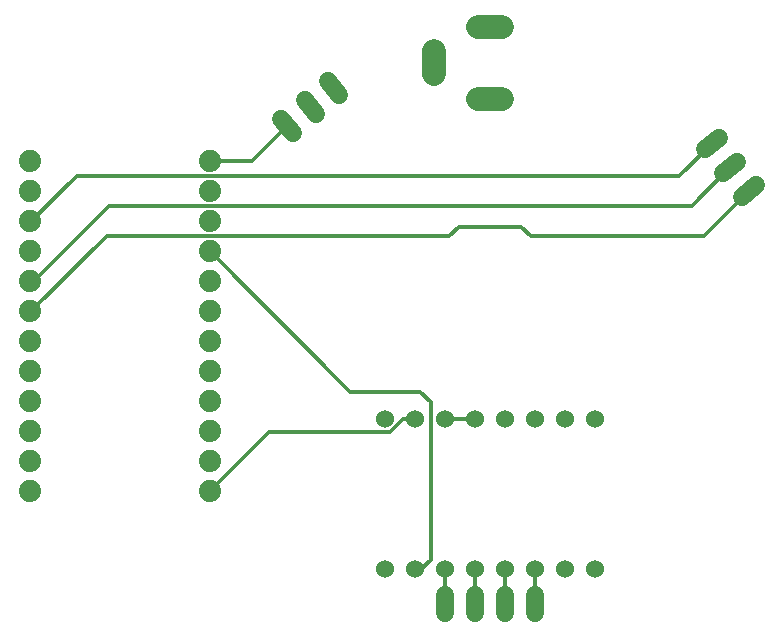
<source format=gbr>
G04 EAGLE Gerber RS-274X export*
G75*
%MOMM*%
%FSLAX34Y34*%
%LPD*%
%INTop Copper*%
%IPPOS*%
%AMOC8*
5,1,8,0,0,1.08239X$1,22.5*%
G01*
%ADD10C,1.879600*%
%ADD11C,1.524000*%
%ADD12C,2.000000*%
%ADD13C,1.524000*%
%ADD14C,0.304800*%


D10*
X-389890Y132080D03*
X-389890Y106680D03*
X-389890Y81280D03*
X-389890Y55880D03*
X-389890Y30480D03*
X-389890Y5080D03*
X-389890Y-20320D03*
X-389890Y-45720D03*
X-389890Y-71120D03*
X-389890Y-96520D03*
X-389890Y-121920D03*
X-389890Y-147320D03*
X-237490Y-147320D03*
X-237490Y-121920D03*
X-237490Y-96520D03*
X-237490Y-71120D03*
X-237490Y-45720D03*
X-237490Y-20320D03*
X-237490Y5080D03*
X-237490Y30480D03*
X-237490Y55880D03*
X-237490Y81280D03*
X-237490Y106680D03*
X-237490Y132080D03*
D11*
X88900Y-86360D03*
X63500Y-86360D03*
X38100Y-86360D03*
X12700Y-86360D03*
X-12700Y-86360D03*
X-38100Y-86360D03*
X-63500Y-86360D03*
X-88900Y-86360D03*
X-88900Y-213360D03*
X-63500Y-213360D03*
X-38100Y-213360D03*
X-12700Y-213360D03*
X12700Y-213360D03*
X38100Y-213360D03*
X63500Y-213360D03*
X88900Y-213360D03*
D12*
X10000Y184900D02*
X-10000Y184900D01*
X-10000Y245900D02*
X10000Y245900D01*
X-48000Y225900D02*
X-48000Y205900D01*
D13*
X212790Y102276D02*
X224816Y111638D01*
X209213Y131681D02*
X197187Y122319D01*
X181584Y142362D02*
X193610Y151724D01*
X38100Y-234950D02*
X38100Y-250190D01*
X12700Y-250190D02*
X12700Y-234950D01*
X-12700Y-234950D02*
X-12700Y-250190D01*
X-38100Y-250190D02*
X-38100Y-234950D01*
X-127918Y187991D02*
X-137571Y199785D01*
X-157226Y183697D02*
X-147574Y171903D01*
X-167229Y155815D02*
X-176882Y167609D01*
D14*
X-59081Y-62992D02*
X-50292Y-71781D01*
X-50292Y-205232D01*
X-58420Y-213360D01*
X-63500Y-213360D01*
X-118618Y-62992D02*
X-237490Y55880D01*
X-118618Y-62992D02*
X-59081Y-62992D01*
X170434Y94234D02*
X203200Y127000D01*
X170434Y94234D02*
X-322505Y94234D01*
X-386259Y30480D01*
X-389890Y30480D01*
X180680Y68834D02*
X218803Y106957D01*
X-388620Y5080D02*
X-389890Y5080D01*
X-388620Y5080D02*
X-324866Y68834D01*
X-53340Y68580D01*
X-34549Y68600D01*
X34260Y68834D02*
X180680Y68834D01*
X-26465Y76684D02*
X-34549Y68600D01*
X-26465Y76684D02*
X26410Y76684D01*
X34260Y68834D01*
X38100Y-213360D02*
X38100Y-242570D01*
X12700Y-242570D02*
X12700Y-213360D01*
X-12700Y-213360D02*
X-12700Y-242570D01*
X-38100Y-242570D02*
X-38100Y-213360D01*
X-38100Y-86360D02*
X-12700Y-86360D01*
X-187198Y-97028D02*
X-237490Y-147320D01*
X-84481Y-97028D02*
X-73813Y-86360D01*
X-63500Y-86360D01*
X-84481Y-97028D02*
X-187198Y-97028D01*
X-201688Y132080D02*
X-172056Y161712D01*
X-201688Y132080D02*
X-237490Y132080D01*
X160188Y119634D02*
X187597Y147043D01*
X-350266Y119634D02*
X-388620Y81280D01*
X-389890Y81280D01*
X-350266Y119634D02*
X160188Y119634D01*
M02*

</source>
